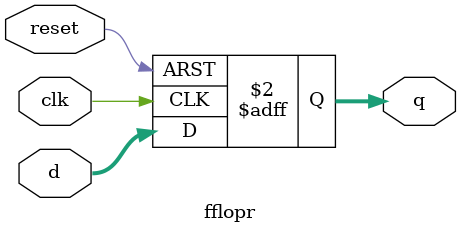
<source format=sv>
`timescale 1ns / 1ps


module fflopr #(parameter WIDTH = 8)
(
    input logic clk, reset,
    input logic [WIDTH-1:0] d,
    output logic [WIDTH-1:0] q
);
    always_ff @(posedge clk, posedge reset)
    
        if (reset) 
            q <= 0;
        else
            q <= d;
            
endmodule

</source>
